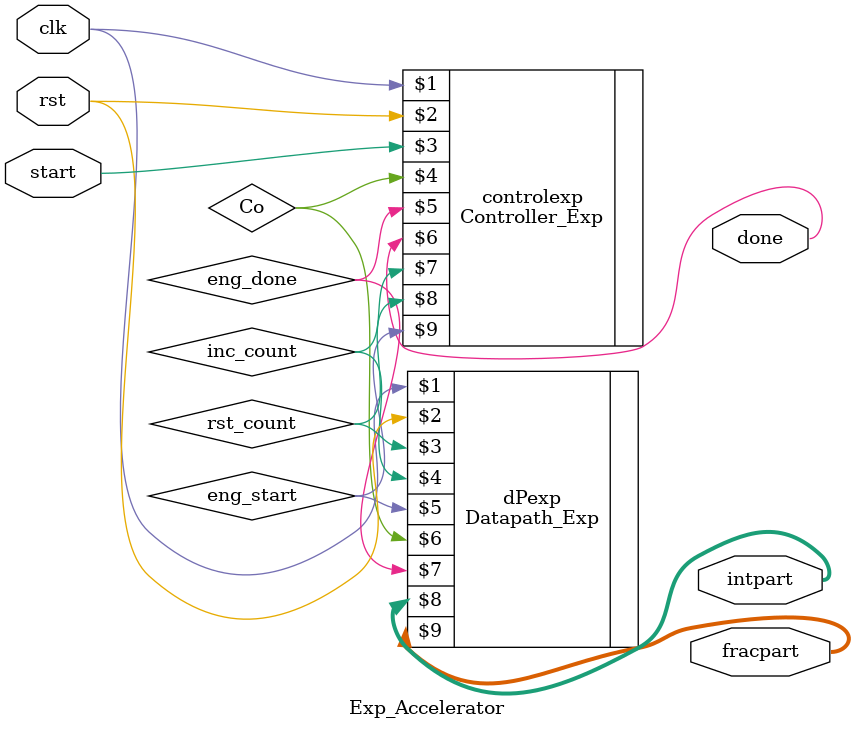
<source format=v>
module Exp_Accelerator(input clk, rst, start, 
		                   output done, output[1:0] intpart, output [15:0]fracpart);
	
	wire Co, eng_start, eng_done, inc_count, rst_count;
	
	Controller_Exp controlexp(clk, rst, start, Co, eng_done,
		                        done, inc_count, rst_count, eng_start);

	Datapath_Exp dPexp(clk, rst, rst_count, inc_count, eng_start
		                 ,Co, eng_done, intpart, fracpart);

endmodule




</source>
